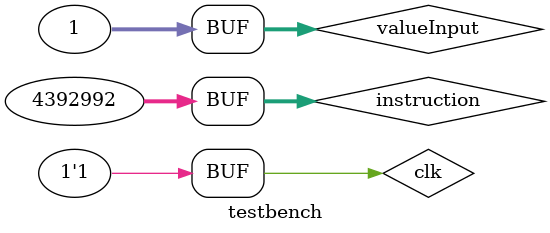
<source format=v>
`timescale 1ns/1ns
module testbench ();
reg clk;
reg [31:0]instruction;
reg [31:0] valueInput;
  reg flag1,flag2;
 
  reg [4:0] index;
  wire [4:0] RsD,RtD,RdD;
  wire [31:0] data1,data2,data2_temp,signImmD,PCbranchD;
  wire [31:0] PCReg;
  wire [3:0] ALUControlD;
  wire [1:0] ALUOp;
  wire hazardDetected,PCSrcD,equalD;
  wire [31:0] valueOutput;
   initial begin
        $dumpfile("testbench.vcd");
        $dumpvars(0,testbench);
        clk                  = 1;
        repeat(5000) #50 clk = ~clk;
    end
    assign instruction=32'b00000000010000110000100000100000;
    assign valueInput=32'd1;
    instructionDecode instructionDecode (clk,
                         instruction,
                         data1,
                         data2,
                         RsD,
                         RtD,
                         RdD,
                         PCbranchD,
                         hazardDetected,
                         PCSrcD,
                         equalD);
endmodule
</source>
